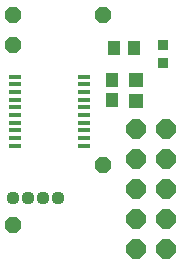
<source format=gts>
G75*
%MOIN*%
%OFA0B0*%
%FSLAX25Y25*%
%IPPOS*%
%LPD*%
%AMOC8*
5,1,8,0,0,1.08239X$1,22.5*
%
%ADD10R,0.04300X0.01600*%
%ADD11R,0.04337X0.04731*%
%ADD12C,0.04400*%
%ADD13R,0.03550X0.03550*%
%ADD14OC8,0.06400*%
%ADD15R,0.04652X0.04534*%
%ADD16OC8,0.05600*%
D10*
X0009864Y0044469D03*
X0009864Y0047028D03*
X0009864Y0049587D03*
X0009864Y0052146D03*
X0009864Y0054705D03*
X0009864Y0057264D03*
X0009864Y0059823D03*
X0009864Y0062382D03*
X0009864Y0064941D03*
X0009864Y0067500D03*
X0032838Y0067500D03*
X0032838Y0064941D03*
X0032838Y0062382D03*
X0032838Y0059823D03*
X0032838Y0057264D03*
X0032838Y0054705D03*
X0032838Y0052146D03*
X0032838Y0049587D03*
X0032838Y0047028D03*
X0032838Y0044469D03*
D11*
X0042351Y0059638D03*
X0042351Y0066331D03*
X0043005Y0076984D03*
X0049697Y0076984D03*
D12*
X0024351Y0026984D03*
X0019351Y0026984D03*
X0014351Y0026984D03*
X0009351Y0026984D03*
D13*
X0059351Y0072031D03*
X0059351Y0077937D03*
D14*
X0060351Y0049984D03*
X0060351Y0039984D03*
X0060351Y0029984D03*
X0060351Y0019984D03*
X0060351Y0009984D03*
X0050351Y0009984D03*
X0050351Y0019984D03*
X0050351Y0029984D03*
X0050351Y0039984D03*
X0050351Y0049984D03*
D15*
X0050351Y0059539D03*
X0050351Y0066429D03*
D16*
X0009351Y0017984D03*
X0039351Y0037984D03*
X0009351Y0077984D03*
X0009351Y0087984D03*
X0039351Y0087984D03*
M02*

</source>
